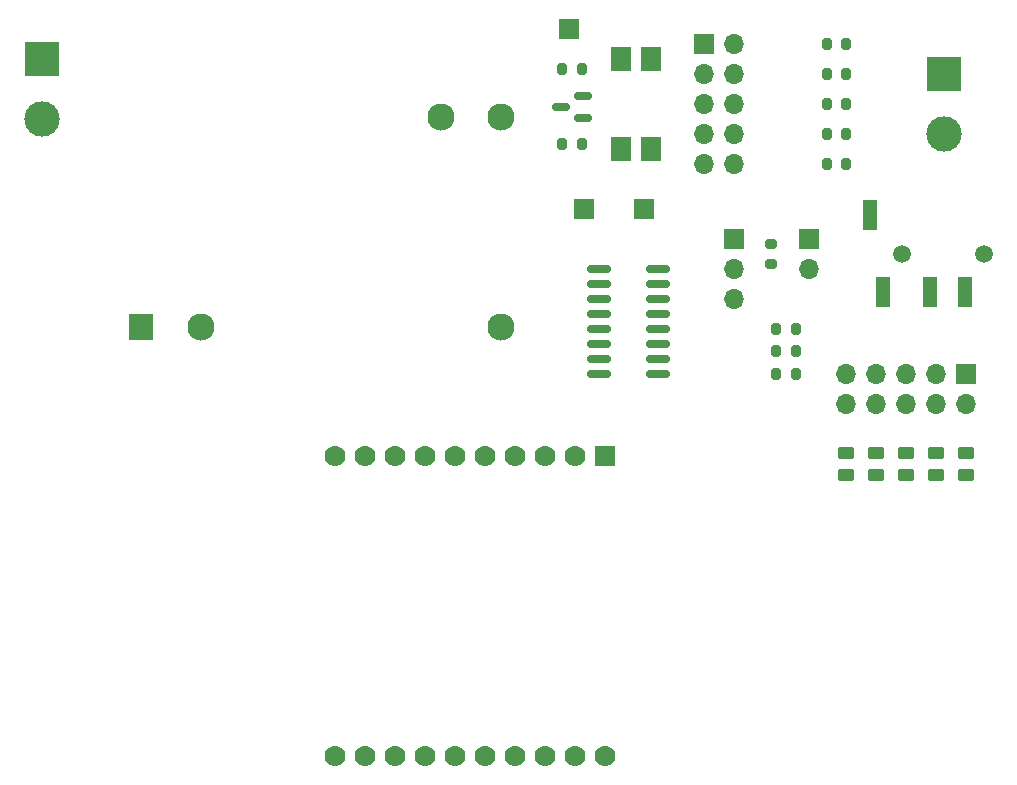
<source format=gts>
G04 #@! TF.GenerationSoftware,KiCad,Pcbnew,(6.0.0-0)*
G04 #@! TF.CreationDate,2022-10-12T14:44:47+02:00*
G04 #@! TF.ProjectId,prototype-2,70726f74-6f74-4797-9065-2d322e6b6963,rev?*
G04 #@! TF.SameCoordinates,Original*
G04 #@! TF.FileFunction,Soldermask,Top*
G04 #@! TF.FilePolarity,Negative*
%FSLAX46Y46*%
G04 Gerber Fmt 4.6, Leading zero omitted, Abs format (unit mm)*
G04 Created by KiCad (PCBNEW (6.0.0-0)) date 2022-10-12 14:44:47*
%MOMM*%
%LPD*%
G01*
G04 APERTURE LIST*
G04 Aperture macros list*
%AMRoundRect*
0 Rectangle with rounded corners*
0 $1 Rounding radius*
0 $2 $3 $4 $5 $6 $7 $8 $9 X,Y pos of 4 corners*
0 Add a 4 corners polygon primitive as box body*
4,1,4,$2,$3,$4,$5,$6,$7,$8,$9,$2,$3,0*
0 Add four circle primitives for the rounded corners*
1,1,$1+$1,$2,$3*
1,1,$1+$1,$4,$5*
1,1,$1+$1,$6,$7*
1,1,$1+$1,$8,$9*
0 Add four rect primitives between the rounded corners*
20,1,$1+$1,$2,$3,$4,$5,0*
20,1,$1+$1,$4,$5,$6,$7,0*
20,1,$1+$1,$6,$7,$8,$9,0*
20,1,$1+$1,$8,$9,$2,$3,0*%
G04 Aperture macros list end*
%ADD10RoundRect,0.250000X0.450000X-0.262500X0.450000X0.262500X-0.450000X0.262500X-0.450000X-0.262500X0*%
%ADD11R,1.700000X1.700000*%
%ADD12O,1.700000X1.700000*%
%ADD13R,1.780000X2.000000*%
%ADD14RoundRect,0.200000X0.200000X0.275000X-0.200000X0.275000X-0.200000X-0.275000X0.200000X-0.275000X0*%
%ADD15R,1.778000X1.778000*%
%ADD16C,1.778000*%
%ADD17C,1.500000*%
%ADD18R,1.200000X2.500000*%
%ADD19RoundRect,0.200000X0.275000X-0.200000X0.275000X0.200000X-0.275000X0.200000X-0.275000X-0.200000X0*%
%ADD20R,2.000000X2.300000*%
%ADD21C,2.300000*%
%ADD22RoundRect,0.200000X-0.200000X-0.275000X0.200000X-0.275000X0.200000X0.275000X-0.200000X0.275000X0*%
%ADD23RoundRect,0.150000X0.587500X0.150000X-0.587500X0.150000X-0.587500X-0.150000X0.587500X-0.150000X0*%
%ADD24R,3.000000X3.000000*%
%ADD25C,3.000000*%
%ADD26RoundRect,0.150000X-0.825000X-0.150000X0.825000X-0.150000X0.825000X0.150000X-0.825000X0.150000X0*%
G04 APERTURE END LIST*
D10*
X189865000Y-91082500D03*
X189865000Y-89257500D03*
D11*
X176530000Y-71115000D03*
D12*
X176530000Y-73655000D03*
D10*
X187325000Y-91082500D03*
X187325000Y-89257500D03*
D11*
X156210000Y-53340000D03*
D13*
X163195000Y-55880000D03*
X160655000Y-55880000D03*
X160655000Y-63500000D03*
X163195000Y-63500000D03*
D11*
X167640000Y-54610000D03*
D12*
X170180000Y-54610000D03*
X167640000Y-57150000D03*
X170180000Y-57150000D03*
X167640000Y-59690000D03*
X170180000Y-59690000D03*
X167640000Y-62230000D03*
X170180000Y-62230000D03*
X167640000Y-64770000D03*
X170180000Y-64770000D03*
D14*
X179705000Y-59690000D03*
X178055000Y-59690000D03*
X179705000Y-62230000D03*
X178055000Y-62230000D03*
X175450000Y-78740000D03*
X173800000Y-78740000D03*
D15*
X159255000Y-89495000D03*
D16*
X156715000Y-89495000D03*
X154175000Y-89495000D03*
X151635000Y-89495000D03*
X149095000Y-89495000D03*
X146555000Y-89495000D03*
X144015000Y-89495000D03*
X141475000Y-89495000D03*
X138935000Y-89495000D03*
X136395000Y-89495000D03*
X136395000Y-114895000D03*
X138935000Y-114895000D03*
X141475000Y-114895000D03*
X144015000Y-114895000D03*
X146555000Y-114895000D03*
X149095000Y-114895000D03*
X151635000Y-114895000D03*
X154175000Y-114895000D03*
X156715000Y-114895000D03*
X159255000Y-114895000D03*
D17*
X191405000Y-72390000D03*
X184405000Y-72390000D03*
D18*
X186805000Y-75640000D03*
X189805000Y-75640000D03*
X181705000Y-69140000D03*
X182805000Y-75640000D03*
D19*
X173355000Y-73215000D03*
X173355000Y-71565000D03*
D11*
X162560000Y-68580000D03*
D20*
X120015000Y-78597500D03*
D21*
X125095000Y-78597500D03*
X150495000Y-78597500D03*
X150495000Y-60817500D03*
X145415000Y-60817500D03*
D22*
X155687500Y-56776250D03*
X157337500Y-56776250D03*
D11*
X189865000Y-82550000D03*
D12*
X189865000Y-85090000D03*
X187325000Y-82550000D03*
X187325000Y-85090000D03*
X184785000Y-82550000D03*
X184785000Y-85090000D03*
X182245000Y-82550000D03*
X182245000Y-85090000D03*
X179705000Y-82550000D03*
X179705000Y-85090000D03*
D14*
X179705000Y-64770000D03*
X178055000Y-64770000D03*
X179705000Y-54610000D03*
X178055000Y-54610000D03*
D11*
X157480000Y-68580000D03*
D14*
X157337500Y-63126250D03*
X155687500Y-63126250D03*
D11*
X170180000Y-71135000D03*
D12*
X170180000Y-73675000D03*
X170180000Y-76215000D03*
D10*
X179705000Y-91082500D03*
X179705000Y-89257500D03*
D23*
X157450000Y-60901250D03*
X157450000Y-59001250D03*
X155575000Y-59951250D03*
D14*
X179705000Y-57150000D03*
X178055000Y-57150000D03*
D10*
X182245000Y-91082500D03*
X182245000Y-89257500D03*
D14*
X175450000Y-82550000D03*
X173800000Y-82550000D03*
D24*
X187960000Y-57150000D03*
D25*
X187960000Y-62230000D03*
D22*
X173800000Y-80645000D03*
X175450000Y-80645000D03*
D10*
X184785000Y-91082500D03*
X184785000Y-89257500D03*
D26*
X158815000Y-73660000D03*
X158815000Y-74930000D03*
X158815000Y-76200000D03*
X158815000Y-77470000D03*
X158815000Y-78740000D03*
X158815000Y-80010000D03*
X158815000Y-81280000D03*
X158815000Y-82550000D03*
X163765000Y-82550000D03*
X163765000Y-81280000D03*
X163765000Y-80010000D03*
X163765000Y-78740000D03*
X163765000Y-77470000D03*
X163765000Y-76200000D03*
X163765000Y-74930000D03*
X163765000Y-73660000D03*
D24*
X111625000Y-55880000D03*
D25*
X111625000Y-60960000D03*
M02*

</source>
